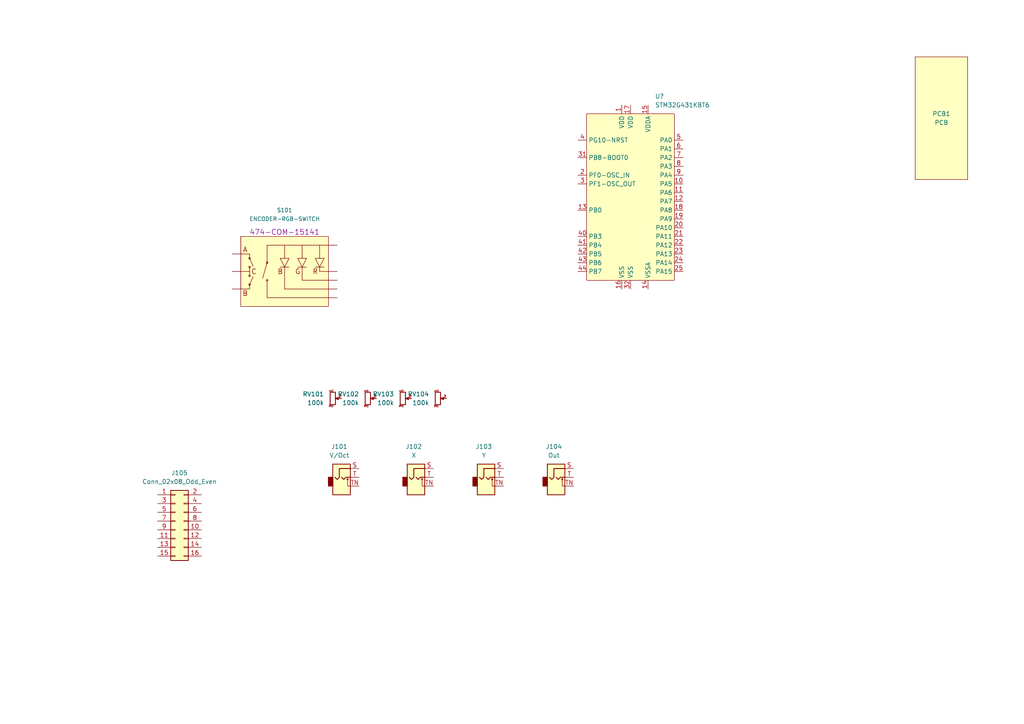
<source format=kicad_sch>
(kicad_sch (version 20211123) (generator eeschema)
  (paper "A4")
  (lib_symbols
    (symbol "Connector:AudioJack2_SwitchT"
      (property "Reference" "J" (at 0 8.89 0))
      (property "Value" "AudioJack2_SwitchT" (at 0 6.35 0))
      (symbol "AudioJack2_SwitchT_0_1"
        (rectangle (start -2.54 0) (end -3.81 -2.54) (stroke (width 0.254)) (fill (type outline)))
        (polyline (pts (xy 1.778 -0.254) (xy 2.032 -0.762)))
        (polyline (pts (xy 0 0) (xy 0.635 -0.635) (xy 1.27 0) (xy 2.54 0)) (stroke (width 0.254)))
        (polyline (pts (xy 2.54 -2.54) (xy 1.778 -2.54) (xy 1.778 -0.254) (xy 1.524 -0.762)))
        (polyline (pts (xy 2.54 2.54) (xy -0.635 2.54) (xy -0.635 0) (xy -1.27 -0.635) (xy -1.905 0)) (stroke (width 0.254)))
        (rectangle (start 2.54 3.81) (end -2.54 -5.08) (stroke (width 0.254)) (fill (type background)))
      )
      (symbol "AudioJack2_SwitchT_1_1"
        (pin passive line (at 5.08 2.54 180) (length 2.54) (name "~") (number "S"))
        (pin passive line (at 5.08 0 180) (length 2.54) (name "~") (number "T"))
        (pin passive line (at 5.08 -2.54 180) (length 2.54) (name "~") (number "TN"))
      )
    )
    (symbol "Connector_Generic:Conn_02x08_Odd_Even" (pin_names (offset 1.016) hide)
      (property "Reference" "J" (at 1.27 10.16 0))
      (property "Value" "Conn_02x08_Odd_Even" (at 1.27 -12.7 0))
      (symbol "Conn_02x08_Odd_Even_1_1"
        (rectangle (start -1.27 -10.033) (end 0 -10.287) (stroke (width 0.1524)))
        (rectangle (start -1.27 -7.493) (end 0 -7.747) (stroke (width 0.1524)))
        (rectangle (start -1.27 -4.953) (end 0 -5.207) (stroke (width 0.1524)))
        (rectangle (start -1.27 -2.413) (end 0 -2.667) (stroke (width 0.1524)))
        (rectangle (start -1.27 0.127) (end 0 -0.127) (stroke (width 0.1524)))
        (rectangle (start -1.27 2.667) (end 0 2.413) (stroke (width 0.1524)))
        (rectangle (start -1.27 5.207) (end 0 4.953) (stroke (width 0.1524)))
        (rectangle (start -1.27 7.747) (end 0 7.493) (stroke (width 0.1524)))
        (rectangle (start -1.27 8.89) (end 3.81 -11.43) (stroke (width 0.254)) (fill (type background)))
        (rectangle (start 3.81 -10.033) (end 2.54 -10.287) (stroke (width 0.1524)))
        (rectangle (start 3.81 -7.493) (end 2.54 -7.747) (stroke (width 0.1524)))
        (rectangle (start 3.81 -4.953) (end 2.54 -5.207) (stroke (width 0.1524)))
        (rectangle (start 3.81 -2.413) (end 2.54 -2.667) (stroke (width 0.1524)))
        (rectangle (start 3.81 0.127) (end 2.54 -0.127) (stroke (width 0.1524)))
        (rectangle (start 3.81 2.667) (end 2.54 2.413) (stroke (width 0.1524)))
        (rectangle (start 3.81 5.207) (end 2.54 4.953) (stroke (width 0.1524)))
        (rectangle (start 3.81 7.747) (end 2.54 7.493) (stroke (width 0.1524)))
        (pin passive line (at -5.08 7.62 0) (length 3.81) (name "Pin_1") (number "1"))
        (pin passive line (at 7.62 -2.54 180) (length 3.81) (name "Pin_10") (number "10"))
        (pin passive line (at -5.08 -5.08 0) (length 3.81) (name "Pin_11") (number "11"))
        (pin passive line (at 7.62 -5.08 180) (length 3.81) (name "Pin_12") (number "12"))
        (pin passive line (at -5.08 -7.62 0) (length 3.81) (name "Pin_13") (number "13"))
        (pin passive line (at 7.62 -7.62 180) (length 3.81) (name "Pin_14") (number "14"))
        (pin passive line (at -5.08 -10.16 0) (length 3.81) (name "Pin_15") (number "15"))
        (pin passive line (at 7.62 -10.16 180) (length 3.81) (name "Pin_16") (number "16"))
        (pin passive line (at 7.62 7.62 180) (length 3.81) (name "Pin_2") (number "2"))
        (pin passive line (at -5.08 5.08 0) (length 3.81) (name "Pin_3") (number "3"))
        (pin passive line (at 7.62 5.08 180) (length 3.81) (name "Pin_4") (number "4"))
        (pin passive line (at -5.08 2.54 0) (length 3.81) (name "Pin_5") (number "5"))
        (pin passive line (at 7.62 2.54 180) (length 3.81) (name "Pin_6") (number "6"))
        (pin passive line (at -5.08 0 0) (length 3.81) (name "Pin_7") (number "7"))
        (pin passive line (at 7.62 0 180) (length 3.81) (name "Pin_8") (number "8"))
        (pin passive line (at -5.08 -2.54 0) (length 3.81) (name "Pin_9") (number "9"))
      )
    )
    (symbol "Device:R_Potentiometer_Small" (pin_names (offset 1.016) hide)
      (property "Reference" "RV" (at -4.445 0 90))
      (property "Value" "R_Potentiometer_Small" (at -2.54 0 90))
      (symbol "R_Potentiometer_Small_0_1"
        (polyline (pts (xy 0.889 0) (xy 0.635 0) (xy 1.651 0.381) (xy 1.651 -0.381) (xy 0.635 0) (xy 0.889 0)) (fill (type outline)))
        (rectangle (start 0.762 1.8034) (end -0.762 -1.8034) (stroke (width 0.254)))
      )
      (symbol "R_Potentiometer_Small_1_1"
        (pin passive line (at 0 2.54 270) (length 0.635) (name "1") (number "1"))
        (pin passive line (at 2.54 0 180) (length 0.9906) (name "2") (number "2"))
        (pin passive line (at 0 -2.54 90) (length 0.635) (name "3") (number "3"))
      )
    )
    (symbol "WITNS_EURORACK:ENCODER-RGB-SWITCH" (pin_numbers hide) (pin_names (offset 1.016))
      (property "Reference" "S" (at -12.7 11.43 0))
      (property "Value" "ENCODER-RGB-SWITCH" (at -12.7 -12.7 0))
      (property "Field4" "RES-10859" (at 0 15.24 0))
      (symbol "ENCODER-RGB-SWITCH_1_0"
        (polyline (pts (xy -12.7 0) (xy -12.7 -5.08)))
        (polyline (pts (xy -12.7 5.08) (xy -12.7 0)))
        (polyline (pts (xy -12.7 5.08) (xy -10.16 5.08)))
        (polyline (pts (xy -12.7 10.16) (xy -12.7 5.08)))
        (polyline (pts (xy -10.16 -5.08) (xy -12.7 -5.08)))
        (polyline (pts (xy -10.16 -5.08) (xy -10.16 -3.81)))
        (polyline (pts (xy -10.16 -3.81) (xy -9.144 -1.524)))
        (polyline (pts (xy -10.16 0) (xy -12.7 0)))
        (polyline (pts (xy -10.16 0) (xy -10.16 -1.27)))
        (polyline (pts (xy -10.16 0) (xy -10.16 1.27)))
        (polyline (pts (xy -10.16 3.81) (xy -9.144 1.524)))
        (polyline (pts (xy -10.16 5.08) (xy -10.16 3.81)))
        (polyline (pts (xy -5.08 -7.62) (xy -5.08 -2.54)))
        (polyline (pts (xy -5.08 -7.62) (xy 12.7 -7.62)))
        (polyline (pts (xy -5.08 2.54) (xy -6.35 -1.905)))
        (polyline (pts (xy -5.08 7.62) (xy -5.08 2.54)))
        (polyline (pts (xy -5.08 7.62) (xy 0 7.62)))
        (polyline (pts (xy -1.27 1.27) (xy 0 1.27)))
        (polyline (pts (xy -1.27 3.81) (xy 0 1.27)))
        (polyline (pts (xy -1.27 3.81) (xy 0 3.81)))
        (polyline (pts (xy 0 -5.08) (xy 0 1.27)))
        (polyline (pts (xy 0 -5.08) (xy 12.7 -5.08)))
        (polyline (pts (xy 0 1.27) (xy 1.27 1.27)))
        (polyline (pts (xy 0 1.27) (xy 1.27 3.81)))
        (polyline (pts (xy 0 3.81) (xy 1.27 3.81)))
        (polyline (pts (xy 0 7.62) (xy 0 3.81)))
        (polyline (pts (xy 0 7.62) (xy 5.08 7.62)))
        (polyline (pts (xy 3.81 1.27) (xy 5.08 1.27)))
        (polyline (pts (xy 3.81 3.81) (xy 5.08 1.27)))
        (polyline (pts (xy 3.81 3.81) (xy 5.08 3.81)))
        (polyline (pts (xy 5.08 -2.54) (xy 5.08 1.27)))
        (polyline (pts (xy 5.08 -2.54) (xy 12.7 -2.54)))
        (polyline (pts (xy 5.08 1.27) (xy 6.35 1.27)))
        (polyline (pts (xy 5.08 1.27) (xy 6.35 3.81)))
        (polyline (pts (xy 5.08 3.81) (xy 6.35 3.81)))
        (polyline (pts (xy 5.08 7.62) (xy 5.08 3.81)))
        (polyline (pts (xy 5.08 7.62) (xy 10.16 7.62)))
        (polyline (pts (xy 8.89 1.27) (xy 10.16 1.27)))
        (polyline (pts (xy 8.89 3.81) (xy 10.16 1.27)))
        (polyline (pts (xy 8.89 3.81) (xy 10.16 3.81)))
        (polyline (pts (xy 10.16 0) (xy 10.16 1.27)))
        (polyline (pts (xy 10.16 0) (xy 12.7 0)))
        (polyline (pts (xy 10.16 1.27) (xy 11.43 1.27)))
        (polyline (pts (xy 10.16 1.27) (xy 11.43 3.81)))
        (polyline (pts (xy 10.16 3.81) (xy 11.43 3.81)))
        (polyline (pts (xy 10.16 7.62) (xy 10.16 3.81)))
        (polyline (pts (xy 10.16 7.62) (xy 12.7 7.62)))
        (text "A" (at -11.43 6.35 0) (effects (font (size 1.4224 1.4224))))
        (text "B" (at -11.43 -6.35 0) (effects (font (size 1.4224 1.4224))))
        (text "B" (at -1.27 0 0) (effects (font (size 1.4224 1.4224))))
        (text "C" (at -8.89 0 0) (effects (font (size 1.4224 1.4224))))
        (text "G" (at 3.81 0 0) (effects (font (size 1.4224 1.4224))))
        (text "R" (at 8.89 0 0) (effects (font (size 1.4224 1.4224))))
      )
      (symbol "ENCODER-RGB-SWITCH_1_1"
        (rectangle (start -12.7 10.16) (end 12.7 -10.16) (fill (type background)))
        (circle (center -10.16 -3.81) (radius 0.254))
        (circle (center -10.16 -1.27) (radius 0.254))
        (circle (center -10.16 1.27) (radius 0.254))
        (circle (center -10.16 3.81) (radius 0.254))
        (circle (center -5.08 -2.54) (radius 0.254))
        (circle (center -5.08 2.54) (radius 0.254))
        (pin passive line (at 15.24 0 180) (length 2.54) (name "") (number "1"))
        (pin passive line (at 15.24 -2.54 180) (length 2.54) (name "") (number "2"))
        (pin passive line (at 15.24 -7.62 180) (length 2.54) (name "") (number "3"))
        (pin passive line (at 15.24 -5.08 180) (length 2.54) (name "") (number "4"))
        (pin passive line (at 15.24 7.62 180) (length 2.54) (name "") (number "5"))
        (pin bidirectional line (at -15.24 5.08 0) (length 2.54) (name "") (number "A"))
        (pin bidirectional line (at -15.24 -5.08 0) (length 2.54) (name "") (number "B"))
        (pin bidirectional line (at -15.24 0 0) (length 2.54) (name "") (number "C"))
      )
    )
    (symbol "WITNS_EURORACK:PCB"
      (property "Reference" "U" (at 0 19.05 0))
      (property "Value" "PCB" (at 0 -19.05 0))
      (symbol "PCB_0_1"
        (rectangle (start -7.62 17.78) (end 7.62 -17.78) (fill (type background)))
      )
    )
    (symbol "WITNS_ST:STM32G431KBT6"
      (property "Reference" "U" (at 7.62 29.21 0))
      (property "Value" "STM32G431KBT6" (at 7.62 26.67 0))
      (symbol "STM32G431KBT6_0_1"
        (rectangle (start -12.7 24.13) (end 12.7 -24.13) (fill (type background)))
      )
      (symbol "STM32G431KBT6_1_1"
        (pin power_in line (at -2.54 26.67 270) (length 2.54) (name "VDD") (number "1"))
        (pin bidirectional line (at 15.24 3.81 180) (length 2.54) (name "PA5") (number "10"))
        (pin bidirectional line (at 15.24 1.27 180) (length 2.54) (name "PA6") (number "11"))
        (pin bidirectional line (at 15.24 -1.27 180) (length 2.54) (name "PA7") (number "12"))
        (pin bidirectional line (at -15.24 -3.81 0) (length 2.54) (name "PB0") (number "13"))
        (pin power_in line (at 5.08 -26.67 90) (length 2.54) (name "VSSA") (number "14"))
        (pin power_in line (at 5.08 26.67 270) (length 2.54) (name "VDDA") (number "15"))
        (pin power_in line (at -2.54 -26.67 90) (length 2.54) (name "VSS") (number "16"))
        (pin power_in line (at 0 26.67 270) (length 2.54) (name "VDD") (number "17"))
        (pin bidirectional line (at 15.24 -3.81 180) (length 2.54) (name "PA8") (number "18"))
        (pin bidirectional line (at 15.24 -6.35 180) (length 2.54) (name "PA9") (number "19"))
        (pin bidirectional line (at -15.24 6.35 0) (length 2.54) (name "PF0-OSC_IN") (number "2"))
        (pin bidirectional line (at 15.24 -8.89 180) (length 2.54) (name "PA10") (number "20"))
        (pin bidirectional line (at 15.24 -11.43 180) (length 2.54) (name "PA11") (number "21"))
        (pin bidirectional line (at 15.24 -13.97 180) (length 2.54) (name "PA12") (number "22"))
        (pin bidirectional line (at 15.24 -16.51 180) (length 2.54) (name "PA13") (number "23"))
        (pin bidirectional line (at 15.24 -19.05 180) (length 2.54) (name "PA14") (number "24"))
        (pin bidirectional line (at 15.24 -21.59 180) (length 2.54) (name "PA15") (number "25"))
        (pin bidirectional line (at -15.24 3.81 0) (length 2.54) (name "PF1-OSC_OUT") (number "3"))
        (pin bidirectional line (at -15.24 11.43 0) (length 2.54) (name "PB8-BOOT0") (number "31"))
        (pin power_in line (at 0 -26.67 90) (length 2.54) (name "VSS") (number "32"))
        (pin bidirectional line (at -15.24 16.51 0) (length 2.54) (name "PG10-NRST") (number "4"))
        (pin bidirectional line (at -15.24 -11.43 0) (length 2.54) (name "PB3") (number "40"))
        (pin bidirectional line (at -15.24 -13.97 0) (length 2.54) (name "PB4") (number "41"))
        (pin bidirectional line (at -15.24 -16.51 0) (length 2.54) (name "PB5") (number "42"))
        (pin bidirectional line (at -15.24 -19.05 0) (length 2.54) (name "PB6") (number "43"))
        (pin bidirectional line (at -15.24 -21.59 0) (length 2.54) (name "PB7") (number "44"))
        (pin bidirectional line (at 15.24 16.51 180) (length 2.54) (name "PA0") (number "5"))
        (pin bidirectional line (at 15.24 13.97 180) (length 2.54) (name "PA1") (number "6"))
        (pin bidirectional line (at 15.24 11.43 180) (length 2.54) (name "PA2") (number "7"))
        (pin bidirectional line (at 15.24 8.89 180) (length 2.54) (name "PA3") (number "8"))
        (pin bidirectional line (at 15.24 6.35 180) (length 2.54) (name "PA4") (number "9"))
      )
    )
  )
  (symbol (lib_id "Connector:AudioJack2_SwitchT") (at 99.06 138.43 0) (unit 1)
    (property "Reference" "J101" (at 98.425 129.54 0))
    (property "Value" "V/Oct" (at 98.425 132.08 0))
    (property "Footprint" "WITNS:Jack_3.5mm_QingPu_WQP-PJ398SM_Vertical_CircularHoles" (effects hide))
  )
  (symbol (lib_id "WITNS_EURORACK:PCB") (at 273.05 34.29 0) (unit 1)
    (property "Reference" "PCB1" (at 273.05 33.02 0))
    (property "Value" "PCB" (at 273.05 35.56 0))
    (property "Footprint" "WITNS:PCB_6HP" (effects hide))
  )
  (symbol (lib_id "Device:R_Potentiometer_Small") (at 116.84 115.57 0) (unit 1)
    (property "Reference" "RV103" (at 114.3 114.2999 0) (effects (justify right)))
    (property "Value" "100k" (at 114.3 116.8399 0) (effects (justify right)))
    (property "Footprint" "WITNS:Potentiometer_Alpha_RD901F-40-00D_Single_Vertical" (effects hide))
  )
  (symbol (lib_id "Connector:AudioJack2_SwitchT") (at 140.97 138.43 0) (unit 1)
    (property "Reference" "J103" (at 140.335 129.54 0))
    (property "Value" "Y" (at 140.335 132.08 0))
    (property "Footprint" "WITNS:Jack_3.5mm_QingPu_WQP-PJ398SM_Vertical_CircularHoles" (effects hide))
  )
  (symbol (lib_id "Device:R_Potentiometer_Small") (at 106.68 115.57 0) (unit 1)
    (property "Reference" "RV102" (at 104.14 114.2999 0) (effects (justify right)))
    (property "Value" "100k" (at 104.14 116.8399 0) (effects (justify right)))
    (property "Footprint" "WITNS:Potentiometer_Alpha_RD901F-40-00D_Single_Vertical" (effects hide))
  )
  (symbol (lib_id "Connector_Generic:Conn_02x08_Odd_Even") (at 50.8 151.13 0) (unit 1)
    (property "Reference" "J105" (at 52.07 137.16 0))
    (property "Value" "Conn_02x08_Odd_Even" (at 52.07 139.7 0))
    (property "Footprint" "Connector_PinHeader_2.54mm:PinHeader_2x08_P2.54mm_Vertical_SMD" (effects hide))
  )
  (symbol (lib_id "Connector:AudioJack2_SwitchT") (at 120.65 138.43 0) (unit 1)
    (property "Reference" "J102" (at 120.015 129.54 0))
    (property "Value" "X" (at 120.015 132.08 0))
    (property "Footprint" "WITNS:Jack_3.5mm_QingPu_WQP-PJ398SM_Vertical_CircularHoles" (effects hide))
  )
  (symbol (lib_id "WITNS_ST:STM32G431KBT6") (at 182.88 57.15 0) (unit 1)
    (property "Reference" "U?" (at 189.9794 27.94 0) (effects (justify left)))
    (property "Value" "STM32G431KBT6" (at 189.9794 30.48 0) (effects (justify left)))
    (property "Footprint" "Package_QFP:LQFP-32_7x7mm_P0.8mm" (effects hide))
  )
  (symbol (lib_id "WITNS_EURORACK:ENCODER-RGB-SWITCH") (at 82.55 78.74 0) (unit 1)
    (property "Reference" "S101" (at 82.55 60.96 0) (effects (font (size 1.143 1.143))))
    (property "Value" "ENCODER-RGB-SWITCH" (at 82.55 63.5 0) (effects (font (size 1.143 1.143))))
    (property "Footprint" "WITNS:ENCODER_LED_3" (effects hide))
    (property "Mouser" "474-COM-15141" (at 82.55 67.31 0) (effects (font (size 1.524 1.524))))
  )
  (symbol (lib_id "Device:R_Potentiometer_Small") (at 127 115.57 0) (unit 1)
    (property "Reference" "RV104" (at 124.46 114.2999 0) (effects (justify right)))
    (property "Value" "100k" (at 124.46 116.8399 0) (effects (justify right)))
    (property "Footprint" "WITNS:Potentiometer_Alpha_RD901F-40-00D_Single_Vertical" (effects hide))
  )
  (symbol (lib_id "Connector:AudioJack2_SwitchT") (at 161.29 138.43 0) (unit 1)
    (property "Reference" "J104" (at 160.655 129.54 0))
    (property "Value" "Out" (at 160.655 132.08 0))
    (property "Footprint" "WITNS:Jack_3.5mm_QingPu_WQP-PJ398SM_Vertical_CircularHoles" (effects hide))
  )
  (symbol (lib_id "Device:R_Potentiometer_Small") (at 96.52 115.57 0) (unit 1)
    (property "Reference" "RV101" (at 93.98 114.2999 0) (effects (justify right)))
    (property "Value" "100k" (at 93.98 116.8399 0) (effects (justify right)))
    (property "Footprint" "WITNS:Potentiometer_Alpha_RD901F-40-00D_Single_Vertical" (effects hide))
  )
)
</source>
